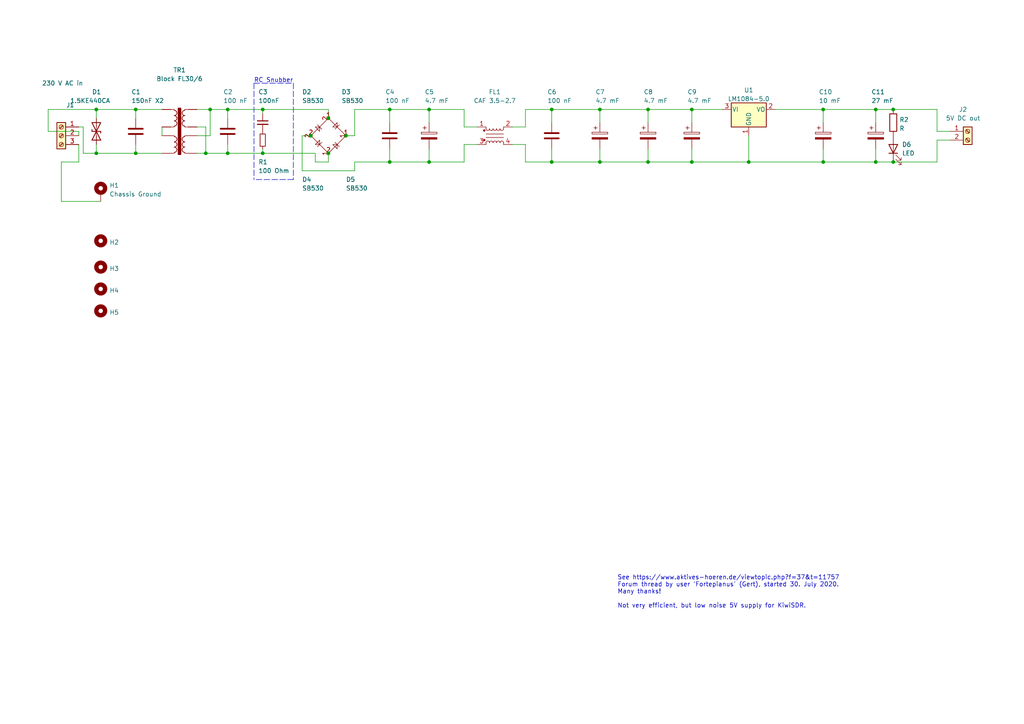
<source format=kicad_sch>
(kicad_sch (version 20211123) (generator eeschema)
  (paper "A4")
  (title_block (title "5V3A Linear Power Supply") (date "2022-10-15"))
  (lib_symbols
    (symbol "Connector:Screw_Terminal_01x02" (pin_names (offset 1.016) hide)
      (property "Reference" "J" (at 0 2.54 0))
      (property "Value" "Screw_Terminal_01x02" (at 0 -5.08 0))
      (symbol "Screw_Terminal_01x02_1_1"
        (rectangle (start -1.27 1.27) (end 1.27 -3.81) (stroke (width 0.254)) (fill (type background)))
        (circle (center 0 -2.54) (radius 0.635) (stroke (width 0.1524)))
        (polyline (pts (xy -0.5334 -2.2098) (xy 0.3302 -3.048)) (stroke (width 0.1524)))
        (polyline (pts (xy -0.5334 0.3302) (xy 0.3302 -0.508)) (stroke (width 0.1524)))
        (polyline (pts (xy -0.3556 -2.032) (xy 0.508 -2.8702)) (stroke (width 0.1524)))
        (polyline (pts (xy -0.3556 0.508) (xy 0.508 -0.3302)) (stroke (width 0.1524)))
        (circle (center 0 0) (radius 0.635) (stroke (width 0.1524)))
        (pin passive line (at -5.08 0 0) (length 3.81) (name "Pin_1") (number "1"))
        (pin passive line (at -5.08 -2.54 0) (length 3.81) (name "Pin_2") (number "2"))
      )
    )
    (symbol "Connector:Screw_Terminal_01x03" (pin_names (offset 1.016) hide)
      (property "Reference" "J" (at 0 5.08 0))
      (property "Value" "Screw_Terminal_01x03" (at 0 -5.08 0))
      (symbol "Screw_Terminal_01x03_1_1"
        (rectangle (start -1.27 3.81) (end 1.27 -3.81) (stroke (width 0.254)) (fill (type background)))
        (circle (center 0 -2.54) (radius 0.635) (stroke (width 0.1524)))
        (polyline (pts (xy -0.5334 -2.2098) (xy 0.3302 -3.048)) (stroke (width 0.1524)))
        (polyline (pts (xy -0.5334 0.3302) (xy 0.3302 -0.508)) (stroke (width 0.1524)))
        (polyline (pts (xy -0.5334 2.8702) (xy 0.3302 2.032)) (stroke (width 0.1524)))
        (polyline (pts (xy -0.3556 -2.032) (xy 0.508 -2.8702)) (stroke (width 0.1524)))
        (polyline (pts (xy -0.3556 0.508) (xy 0.508 -0.3302)) (stroke (width 0.1524)))
        (polyline (pts (xy -0.3556 3.048) (xy 0.508 2.2098)) (stroke (width 0.1524)))
        (circle (center 0 0) (radius 0.635) (stroke (width 0.1524)))
        (circle (center 0 2.54) (radius 0.635) (stroke (width 0.1524)))
        (pin passive line (at -5.08 2.54 0) (length 3.81) (name "Pin_1") (number "1"))
        (pin passive line (at -5.08 0 0) (length 3.81) (name "Pin_2") (number "2"))
        (pin passive line (at -5.08 -2.54 0) (length 3.81) (name "Pin_3") (number "3"))
      )
    )
    (symbol "Device:C" (pin_numbers hide) (pin_names (offset 0.254))
      (property "Reference" "C" (at 0.635 2.54 0))
      (property "Value" "C" (at 0.635 -2.54 0))
      (symbol "C_0_1"
        (polyline (pts (xy -2.032 -0.762) (xy 2.032 -0.762)) (stroke (width 0.508)))
        (polyline (pts (xy -2.032 0.762) (xy 2.032 0.762)) (stroke (width 0.508)))
      )
      (symbol "C_1_1"
        (pin passive line (at 0 3.81 270) (length 2.794) (name "~") (number "1"))
        (pin passive line (at 0 -3.81 90) (length 2.794) (name "~") (number "2"))
      )
    )
    (symbol "Device:C_Polarized" (pin_numbers hide) (pin_names (offset 0.254))
      (property "Reference" "C" (at 0.635 2.54 0))
      (property "Value" "C_Polarized" (at 0.635 -2.54 0))
      (symbol "C_Polarized_0_1"
        (rectangle (start -2.286 0.508) (end 2.286 1.016))
        (polyline (pts (xy -1.778 2.286) (xy -0.762 2.286)))
        (polyline (pts (xy -1.27 2.794) (xy -1.27 1.778)))
        (rectangle (start 2.286 -0.508) (end -2.286 -1.016) (fill (type outline)))
      )
      (symbol "C_Polarized_1_1"
        (pin passive line (at 0 3.81 270) (length 2.794) (name "~") (number "1"))
        (pin passive line (at 0 -3.81 90) (length 2.794) (name "~") (number "2"))
      )
    )
    (symbol "Device:C_Small" (pin_numbers hide) (pin_names (offset 0.254) hide)
      (property "Reference" "C" (at 0.254 1.778 0))
      (property "Value" "C_Small" (at 0.254 -2.032 0))
      (symbol "C_Small_0_1"
        (polyline (pts (xy -1.524 -0.508) (xy 1.524 -0.508)) (stroke (width 0.3302)))
        (polyline (pts (xy -1.524 0.508) (xy 1.524 0.508)) (stroke (width 0.3048)))
      )
      (symbol "C_Small_1_1"
        (pin passive line (at 0 2.54 270) (length 2.032) (name "~") (number "1"))
        (pin passive line (at 0 -2.54 90) (length 2.032) (name "~") (number "2"))
      )
    )
    (symbol "Device:LED" (pin_numbers hide) (pin_names (offset 1.016) hide)
      (property "Reference" "D" (at 0 2.54 0))
      (property "Value" "LED" (at 0 -2.54 0))
      (symbol "LED_0_1"
        (polyline (pts (xy -1.27 -1.27) (xy -1.27 1.27)) (stroke (width 0.254)))
        (polyline (pts (xy -1.27 0) (xy 1.27 0)))
        (polyline (pts (xy 1.27 -1.27) (xy 1.27 1.27) (xy -1.27 0) (xy 1.27 -1.27)) (stroke (width 0.254)))
        (polyline (pts (xy -3.048 -0.762) (xy -4.572 -2.286) (xy -3.81 -2.286) (xy -4.572 -2.286) (xy -4.572 -1.524)))
        (polyline (pts (xy -1.778 -0.762) (xy -3.302 -2.286) (xy -2.54 -2.286) (xy -3.302 -2.286) (xy -3.302 -1.524)))
      )
      (symbol "LED_1_1"
        (pin passive line (at -3.81 0 0) (length 2.54) (name "K") (number "1"))
        (pin passive line (at 3.81 0 180) (length 2.54) (name "A") (number "2"))
      )
    )
    (symbol "Device:R" (pin_numbers hide) (pin_names (offset 0))
      (property "Reference" "R" (at 2.032 0 90))
      (property "Value" "R" (at 0 0 90))
      (symbol "R_0_1"
        (rectangle (start -1.016 -2.54) (end 1.016 2.54) (stroke (width 0.254)))
      )
      (symbol "R_1_1"
        (pin passive line (at 0 3.81 270) (length 1.27) (name "~") (number "1"))
        (pin passive line (at 0 -3.81 90) (length 1.27) (name "~") (number "2"))
      )
    )
    (symbol "Device:R_Small" (pin_numbers hide) (pin_names (offset 0.254) hide)
      (property "Reference" "R" (at 0.762 0.508 0))
      (property "Value" "R_Small" (at 0.762 -1.016 0))
      (symbol "R_Small_0_1"
        (rectangle (start -0.762 1.778) (end 0.762 -1.778) (stroke (width 0.2032)))
      )
      (symbol "R_Small_1_1"
        (pin passive line (at 0 2.54 270) (length 0.762) (name "~") (number "1"))
        (pin passive line (at 0 -2.54 90) (length 0.762) (name "~") (number "2"))
      )
    )
    (symbol "Diode:1.5KExxCA" (pin_numbers hide) (pin_names (offset 1.016) hide)
      (property "Reference" "D" (at 0 2.54 0))
      (property "Value" "1.5KExxCA" (at 0 -2.54 0))
      (symbol "1.5KExxCA_0_1"
        (polyline (pts (xy 1.27 0) (xy -1.27 0)))
        (polyline (pts (xy -2.54 -1.27) (xy 0 0) (xy -2.54 1.27) (xy -2.54 -1.27)) (stroke (width 0.254)))
        (polyline (pts (xy 0.508 1.27) (xy 0 1.27) (xy 0 -1.27) (xy -0.508 -1.27)) (stroke (width 0.254)))
        (polyline (pts (xy 2.54 1.27) (xy 2.54 -1.27) (xy 0 0) (xy 2.54 1.27)) (stroke (width 0.254)))
      )
      (symbol "1.5KExxCA_1_1"
        (pin passive line (at -3.81 0 0) (length 2.54) (name "A1") (number "1"))
        (pin passive line (at 3.81 0 180) (length 2.54) (name "A2") (number "2"))
      )
    )
    (symbol "Ekkis_Kicad_Lib:SB530"
      (property "Reference" "D" (at -2.54 8.89 0))
      (property "Value" "SB530" (at 0 6.35 0))
      (symbol "SB530_0_1"
        (polyline (pts (xy 0 0) (xy -2.54 -2.54)) (stroke (width 0.1524)))
        (polyline (pts (xy 0 0) (xy 2.54 2.54)) (stroke (width 0.1524)))
        (polyline (pts (xy 0 0) (xy -0.635 0.635) (xy 0.635 -0.635)) (stroke (width 0.1524)))
        (polyline (pts (xy 0 0) (xy -1.27 0) (xy 0 -1.27) (xy 0 0)) (stroke (width 0.1524)))
      )
      (symbol "SB530_1_1"
        (pin passive line (at 2.54 2.54 0) (length 0) (name "") (number "1"))
        (pin passive line (at -2.54 -2.54 0) (length 0) (name "") (number "2"))
      )
    )
    (symbol "Filter:Choke_Schaffner_RN102-0.3-02-12M" (pin_names hide)
      (property "Reference" "FL" (at 0 5.08 0))
      (property "Value" "Choke_Schaffner_RN102-0.3-02-12M" (at 0 -5.08 0))
      (symbol "Choke_Schaffner_RN102-0.3-02-12M_1_1"
        (circle (center -3.048 -1.27) (radius 0.254) (fill (type outline)))
        (circle (center -3.048 1.524) (radius 0.254) (fill (type outline)))
        (arc (start -2.54 2.032) (mid -2.032 1.524) (end -1.524 2.032))
        (arc (start -1.524 -2.032) (mid -2.032 -1.524) (end -2.54 -2.032))
        (arc (start -1.524 2.032) (mid -1.016 1.524) (end -0.508 2.032))
        (arc (start -0.508 -2.032) (mid -1.016 -1.524) (end -1.524 -2.032))
        (arc (start -0.508 2.032) (mid 0 1.524) (end 0.508 2.032))
        (polyline (pts (xy -2.54 -2.032) (xy -2.54 -2.54)))
        (polyline (pts (xy -2.54 0.508) (xy 2.54 0.508)))
        (polyline (pts (xy -2.54 2.032) (xy -2.54 2.54)))
        (polyline (pts (xy 2.54 -2.032) (xy 2.54 -2.54)))
        (polyline (pts (xy 2.54 -0.508) (xy -2.54 -0.508)))
        (polyline (pts (xy 2.54 2.54) (xy 2.54 2.032)))
        (arc (start 0.508 -2.032) (mid 0 -1.524) (end -0.508 -2.032))
        (arc (start 0.508 2.032) (mid 1.016 1.524) (end 1.524 2.032))
        (arc (start 1.524 -2.032) (mid 1.016 -1.524) (end 0.508 -2.032))
        (arc (start 1.524 2.032) (mid 2.032 1.524) (end 2.54 2.032))
        (arc (start 2.54 -2.032) (mid 2.032 -1.524) (end 1.524 -2.032))
        (pin passive line (at -5.08 2.54 0) (length 2.54) (name "1") (number "1"))
        (pin passive line (at 5.08 2.54 180) (length 2.54) (name "2") (number "2"))
        (pin passive line (at -5.08 -2.54 0) (length 2.54) (name "3") (number "3"))
        (pin passive line (at 5.08 -2.54 180) (length 2.54) (name "4") (number "4"))
      )
    )
    (symbol "Mechanical:MountingHole" (pin_names (offset 1.016))
      (property "Reference" "H" (at 0 5.08 0))
      (property "Value" "MountingHole" (at 0 3.175 0))
      (symbol "MountingHole_0_1"
        (circle (center 0 0) (radius 1.27) (stroke (width 1.27)))
      )
    )
    (symbol "Mechanical:MountingHole_Pad" (pin_numbers hide) (pin_names (offset 1.016) hide)
      (property "Reference" "H" (at 0 6.35 0))
      (property "Value" "MountingHole_Pad" (at 0 4.445 0))
      (symbol "MountingHole_Pad_0_1"
        (circle (center 0 1.27) (radius 1.27) (stroke (width 1.27)))
      )
      (symbol "MountingHole_Pad_1_1"
        (pin input line (at 0 -2.54 90) (length 2.54) (name "1") (number "1"))
      )
    )
    (symbol "Regulator_Linear:LM1084-5.0" (pin_names (offset 0.254))
      (property "Reference" "U" (at -3.81 3.175 0))
      (property "Value" "LM1084-5.0" (at 0 3.175 0))
      (symbol "LM1084-5.0_0_1"
        (rectangle (start -5.08 1.905) (end 5.08 -5.08) (stroke (width 0.254)) (fill (type background)))
      )
      (symbol "LM1084-5.0_1_1"
        (pin power_in line (at 0 -7.62 90) (length 2.54) (name "GND") (number "1"))
        (pin power_out line (at 7.62 0 180) (length 2.54) (name "VO") (number "2"))
        (pin power_in line (at -7.62 0 0) (length 2.54) (name "VI") (number "3"))
      )
    )
    (symbol "Transformer:TRANSF6" (pin_numbers hide) (pin_names (offset 0))
      (property "Reference" "TR" (at 0 10.16 0))
      (property "Value" "TRANSF6" (at 0 -7.62 0))
      (symbol "TRANSF6_0_1"
        (arc (start -1.524 -4.826) (mid -0.762 -4.064) (end -1.524 -3.302) (stroke (width 0.2032)))
        (arc (start -1.524 -3.302) (mid -0.762 -2.54) (end -1.524 -1.778) (stroke (width 0.2032)))
        (arc (start -1.524 -1.778) (mid -0.762 -1.016) (end -1.524 -0.254) (stroke (width 0.2032)))
        (arc (start -1.524 2.794) (mid -0.762 3.556) (end -1.524 4.318) (stroke (width 0.2032)))
        (arc (start -1.524 4.318) (mid -0.762 5.08) (end -1.524 5.842) (stroke (width 0.2032)))
        (arc (start -1.524 5.842) (mid -0.762 6.604) (end -1.524 7.366) (stroke (width 0.2032)))
        (rectangle (start -0.254 7.874) (end 0.254 -5.334) (stroke (width 0.508)) (fill (type outline)))
        (polyline (pts (xy 1.524 -4.826) (xy 1.524 -5.08) (xy 1.524 -5.08)) (fill (type outline)))
        (polyline (pts (xy 1.524 0) (xy 1.524 -0.254) (xy 1.524 -0.254)) (fill (type outline)))
        (polyline (pts (xy 1.524 0) (xy 2.54 0) (xy 2.54 0)))
        (polyline (pts (xy 1.524 2.54) (xy 1.524 2.794) (xy 1.524 2.794)) (fill (type outline)))
        (polyline (pts (xy 1.524 2.54) (xy 2.54 2.54) (xy 2.54 2.54)))
        (polyline (pts (xy 1.524 7.62) (xy 1.524 7.366) (xy 1.524 7.366)) (fill (type outline)))
        (polyline (pts (xy 1.524 7.62) (xy 2.54 7.62) (xy 2.54 7.62)))
        (polyline (pts (xy 2.54 -5.08) (xy 1.524 -5.08) (xy 1.524 -5.08)))
        (polyline (pts (xy -1.524 -4.826) (xy -1.524 -5.08) (xy -2.54 -5.08) (xy -2.54 -5.08)))
        (polyline (pts (xy -1.524 -0.254) (xy -1.524 0) (xy -2.54 0) (xy -2.54 0)))
        (polyline (pts (xy -1.524 2.794) (xy -1.524 2.54) (xy -2.54 2.54) (xy -2.54 2.54)))
        (polyline (pts (xy -1.524 7.366) (xy -1.524 7.62) (xy -2.54 7.62) (xy -2.54 7.62)))
        (arc (start 1.524 -3.302) (mid 0.762 -4.064) (end 1.524 -4.826) (stroke (width 0.2032)))
        (arc (start 1.524 -1.778) (mid 0.762 -2.54) (end 1.524 -3.302) (stroke (width 0.2032)))
        (arc (start 1.524 -0.254) (mid 0.762 -1.016) (end 1.524 -1.778) (stroke (width 0.2032)))
        (arc (start 1.524 4.318) (mid 0.762 3.556) (end 1.524 2.794) (stroke (width 0.2032)))
        (arc (start 1.524 5.842) (mid 0.762 5.08) (end 1.524 4.318) (stroke (width 0.2032)))
        (arc (start 1.524 7.366) (mid 0.762 6.604) (end 1.524 5.842) (stroke (width 0.2032)))
      )
      (symbol "TRANSF6_1_1"
        (pin passive line (at -5.08 7.62 0) (length 2.54) (name "~") (number "1"))
        (pin passive line (at -5.08 2.54 0) (length 2.54) (name "~") (number "2"))
        (pin passive line (at -5.08 0 0) (length 2.54) (name "~") (number "3"))
        (pin passive line (at -5.08 -5.08 0) (length 2.54) (name "~") (number "4"))
        (pin passive line (at 5.08 -5.08 180) (length 2.54) (name "~") (number "5"))
        (pin passive line (at 5.08 0 180) (length 2.54) (name "~") (number "6"))
        (pin passive line (at 5.08 2.54 180) (length 2.54) (name "~") (number "7"))
        (pin passive line (at 5.08 7.62 180) (length 2.54) (name "~") (number "8"))
      )
    )
  )
  (junction (at 200.66 46.99))
  (junction (at 173.99 31.75))
  (junction (at 76.2 31.75))
  (junction (at 238.76 31.75))
  (junction (at 187.96 31.75))
  (junction (at 59.69 44.45))
  (junction (at 254 46.99))
  (junction (at 100.33 39.37))
  (junction (at 76.2 44.45))
  (junction (at 27.94 44.45))
  (junction (at 259.08 46.99))
  (junction (at 95.25 44.45))
  (junction (at 124.46 46.99))
  (junction (at 259.08 31.75))
  (junction (at 160.02 31.75))
  (junction (at 173.99 46.99))
  (junction (at 39.37 31.75))
  (junction (at 124.46 31.75))
  (junction (at 60.96 31.75))
  (junction (at 66.04 31.75))
  (junction (at 66.04 44.45))
  (junction (at 254 31.75))
  (junction (at 95.25 34.29))
  (junction (at 238.76 46.99))
  (junction (at 90.17 39.37))
  (junction (at 27.94 31.75))
  (junction (at 160.02 46.99))
  (junction (at 113.03 46.99))
  (junction (at 217.17 46.99))
  (junction (at 200.66 31.75))
  (junction (at 113.03 31.75))
  (junction (at 187.96 46.99))
  (junction (at 39.37 44.45))
  (wire (pts (xy 259.08 31.75) (xy 271.78 31.75)))
  (wire (pts (xy 152.4 31.75) (xy 160.02 31.75)))
  (wire (pts (xy 187.96 31.75) (xy 187.96 35.56)))
  (wire (pts (xy 24.13 36.83) (xy 24.13 44.45)))
  (wire (pts (xy 87.63 39.37) (xy 90.17 39.37)))
  (wire (pts (xy 95.25 44.45) (xy 95.25 46.99)))
  (wire (pts (xy 13.97 38.1) (xy 22.86 38.1)))
  (wire (pts (xy 134.62 31.75) (xy 134.62 36.83)))
  (wire (pts (xy 200.66 43.18) (xy 200.66 46.99)))
  (wire (pts (xy 200.66 31.75) (xy 209.55 31.75)))
  (wire (pts (xy 238.76 31.75) (xy 238.76 35.56)))
  (wire (pts (xy 17.78 58.42) (xy 29.21 58.42)))
  (wire (pts (xy 46.99 36.83) (xy 46.99 39.37)))
  (wire (pts (xy 60.96 31.75) (xy 66.04 31.75)))
  (wire (pts (xy 27.94 31.75) (xy 27.94 34.29)))
  (wire (pts (xy 173.99 31.75) (xy 187.96 31.75)))
  (wire (pts (xy 102.87 49.53) (xy 102.87 46.99)))
  (wire (pts (xy 160.02 43.18) (xy 160.02 46.99)))
  (wire (pts (xy 59.69 36.83) (xy 57.15 36.83)))
  (wire (pts (xy 200.66 46.99) (xy 217.17 46.99)))
  (wire (pts (xy 134.62 46.99) (xy 134.62 41.91)))
  (wire (pts (xy 27.94 31.75) (xy 13.97 31.75)))
  (wire (pts (xy 173.99 46.99) (xy 187.96 46.99)))
  (wire (pts (xy 57.15 31.75) (xy 60.96 31.75)))
  (polyline (pts (xy 85.09 24.13) (xy 85.09 52.07)))
  (wire (pts (xy 91.44 44.45) (xy 91.44 46.99)))
  (wire (pts (xy 91.44 46.99) (xy 95.25 46.99)))
  (wire (pts (xy 100.33 39.37) (xy 102.87 39.37)))
  (wire (pts (xy 134.62 41.91) (xy 138.43 41.91)))
  (wire (pts (xy 254 46.99) (xy 259.08 46.99)))
  (wire (pts (xy 224.79 31.75) (xy 238.76 31.75)))
  (wire (pts (xy 254 31.75) (xy 254 35.56)))
  (wire (pts (xy 66.04 44.45) (xy 76.2 44.45)))
  (wire (pts (xy 187.96 31.75) (xy 200.66 31.75)))
  (wire (pts (xy 152.4 41.91) (xy 152.4 46.99)))
  (wire (pts (xy 87.63 39.37) (xy 87.63 49.53)))
  (wire (pts (xy 95.25 34.29) (xy 95.25 31.75)))
  (wire (pts (xy 124.46 46.99) (xy 134.62 46.99)))
  (wire (pts (xy 275.59 38.1) (xy 271.78 38.1)))
  (wire (pts (xy 217.17 46.99) (xy 238.76 46.99)))
  (wire (pts (xy 238.76 31.75) (xy 254 31.75)))
  (wire (pts (xy 187.96 46.99) (xy 200.66 46.99)))
  (wire (pts (xy 27.94 41.91) (xy 27.94 44.45)))
  (wire (pts (xy 238.76 46.99) (xy 254 46.99)))
  (wire (pts (xy 271.78 38.1) (xy 271.78 31.75)))
  (wire (pts (xy 124.46 43.18) (xy 124.46 46.99)))
  (wire (pts (xy 217.17 39.37) (xy 217.17 46.99)))
  (wire (pts (xy 57.15 44.45) (xy 59.69 44.45)))
  (wire (pts (xy 152.4 36.83) (xy 152.4 31.75)))
  (wire (pts (xy 76.2 31.75) (xy 95.25 31.75)))
  (wire (pts (xy 22.86 46.99) (xy 17.78 46.99)))
  (wire (pts (xy 173.99 43.18) (xy 173.99 46.99)))
  (wire (pts (xy 39.37 41.91) (xy 39.37 44.45)))
  (wire (pts (xy 160.02 31.75) (xy 160.02 35.56)))
  (wire (pts (xy 271.78 46.99) (xy 271.78 40.64)))
  (wire (pts (xy 160.02 46.99) (xy 173.99 46.99)))
  (wire (pts (xy 66.04 41.91) (xy 66.04 44.45)))
  (polyline (pts (xy 73.66 24.13) (xy 85.09 24.13)))
  (wire (pts (xy 102.87 31.75) (xy 113.03 31.75)))
  (wire (pts (xy 200.66 31.75) (xy 200.66 35.56)))
  (wire (pts (xy 39.37 31.75) (xy 39.37 34.29)))
  (wire (pts (xy 22.86 41.91) (xy 22.86 46.99)))
  (wire (pts (xy 24.13 36.83) (xy 22.86 36.83)))
  (wire (pts (xy 187.96 43.18) (xy 187.96 46.99)))
  (wire (pts (xy 22.86 38.1) (xy 22.86 39.37)))
  (polyline (pts (xy 73.66 24.13) (xy 73.66 52.07)))
  (wire (pts (xy 148.59 36.83) (xy 152.4 36.83)))
  (wire (pts (xy 254 31.75) (xy 259.08 31.75)))
  (wire (pts (xy 238.76 43.18) (xy 238.76 46.99)))
  (wire (pts (xy 124.46 31.75) (xy 124.46 35.56)))
  (wire (pts (xy 13.97 31.75) (xy 13.97 38.1)))
  (wire (pts (xy 76.2 43.18) (xy 76.2 44.45)))
  (wire (pts (xy 259.08 46.99) (xy 271.78 46.99)))
  (wire (pts (xy 134.62 36.83) (xy 138.43 36.83)))
  (wire (pts (xy 76.2 44.45) (xy 91.44 44.45)))
  (wire (pts (xy 87.63 49.53) (xy 102.87 49.53)))
  (wire (pts (xy 113.03 43.18) (xy 113.03 46.99)))
  (polyline (pts (xy 85.09 52.07) (xy 73.66 52.07)))
  (wire (pts (xy 173.99 35.56) (xy 173.99 31.75)))
  (wire (pts (xy 60.96 31.75) (xy 60.96 39.37)))
  (wire (pts (xy 160.02 31.75) (xy 173.99 31.75)))
  (wire (pts (xy 27.94 44.45) (xy 39.37 44.45)))
  (wire (pts (xy 59.69 36.83) (xy 59.69 44.45)))
  (wire (pts (xy 66.04 31.75) (xy 66.04 34.29)))
  (wire (pts (xy 66.04 31.75) (xy 76.2 31.75)))
  (wire (pts (xy 59.69 44.45) (xy 66.04 44.45)))
  (wire (pts (xy 76.2 33.02) (xy 76.2 31.75)))
  (wire (pts (xy 24.13 44.45) (xy 27.94 44.45)))
  (wire (pts (xy 152.4 46.99) (xy 160.02 46.99)))
  (wire (pts (xy 148.59 41.91) (xy 152.4 41.91)))
  (wire (pts (xy 113.03 31.75) (xy 113.03 35.56)))
  (wire (pts (xy 27.94 31.75) (xy 39.37 31.75)))
  (wire (pts (xy 39.37 44.45) (xy 46.99 44.45)))
  (wire (pts (xy 113.03 31.75) (xy 124.46 31.75)))
  (wire (pts (xy 271.78 40.64) (xy 275.59 40.64)))
  (wire (pts (xy 124.46 31.75) (xy 134.62 31.75)))
  (wire (pts (xy 57.15 39.37) (xy 60.96 39.37)))
  (wire (pts (xy 39.37 31.75) (xy 46.99 31.75)))
  (wire (pts (xy 113.03 46.99) (xy 124.46 46.99)))
  (wire (pts (xy 102.87 39.37) (xy 102.87 31.75)))
  (wire (pts (xy 17.78 46.99) (xy 17.78 58.42)))
  (wire (pts (xy 102.87 46.99) (xy 113.03 46.99)))
  (wire (pts (xy 254 43.18) (xy 254 46.99)))
  (text "RC Snubber" (at 73.66 24.13 0) (effects (font (size 1.27 1.27)) (justify left bottom)))
  (text "See https://www.aktives-hoeren.de/viewtopic.php?f=37&t=11757\nForum thread by user 'Fortepianus' (Gert), started 30. July 2020.\nMany thanks!\n\nNot very efficient, but low noise 5V supply for KiwiSDR." (at 179.07 176.53 0) (effects (font (size 1.27 1.27)) (justify left bottom)))
  (symbol (lib_id "Filter:Choke_Schaffner_RN102-0.3-02-12M") (at 143.51 39.37 0) (unit 1)
    (property "Reference" "FL1" (at 143.51 26.67 0))
    (property "Value" "CAF 3.5-2.7" (at 143.51 29.21 0))
    (property "Footprint" "My_Kicad_Lib:CAF_3.5-2.7_Talema" (effects hide))
  )
  (symbol (lib_id "Mechanical:MountingHole") (at 29.21 83.82 0) (unit 1)
    (property "Reference" "H4" (at 31.75 84.2538 0) (effects (justify left)))
    (property "Value" "MountingHole" (effects hide))
    (property "Footprint" "MountingHole:MountingHole_2.7mm_M2.5" (effects hide))
  )
  (symbol (lib_id "Connector:Screw_Terminal_01x02") (at 280.67 38.1 0) (unit 1)
    (property "Reference" "J2" (at 278.13 31.75 0) (effects (justify left)))
    (property "Value" "5V DC out" (at 274.32 34.29 0) (effects (justify left)))
    (property "Footprint" "TerminalBlock_WAGO:TerminalBlock_WAGO_236-402_1x02_P5.00mm_45Degree" (effects hide))
  )
  (symbol (lib_id "Device:C_Polarized") (at 254 39.37 0) (unit 1)
    (property "Reference" "C11" (at 252.73 26.67 0) (effects (justify left)))
    (property "Value" "27 mF" (at 252.73 29.21 0) (effects (justify left)))
    (property "Footprint" "Capacitor_THT:CP_Radial_D16.0mm_P7.50mm" (effects hide))
  )
  (symbol (lib_id "Device:C_Polarized") (at 238.76 39.37 0) (unit 1)
    (property "Reference" "C10" (at 237.49 26.67 0) (effects (justify left)))
    (property "Value" "10 mF" (at 237.49 29.21 0) (effects (justify left)))
    (property "Footprint" "Capacitor_THT:CP_Radial_D18.0mm_P7.50mm" (effects hide))
  )
  (symbol (lib_id "Device:R") (at 259.08 35.56 0) (unit 1)
    (property "Reference" "R2" (at 260.858 34.7253 0) (effects (justify left)))
    (property "Value" "R" (at 260.858 37.2622 0) (effects (justify left)))
    (property "Footprint" "Resistor_THT:R_Axial_DIN0309_L9.0mm_D3.2mm_P15.24mm_Horizontal" (effects hide))
  )
  (symbol (lib_id "Device:C_Polarized") (at 124.46 39.37 0) (unit 1)
    (property "Reference" "C5" (at 123.19 26.67 0) (effects (justify left)))
    (property "Value" "4.7 mF" (at 123.19 29.21 0) (effects (justify left)))
    (property "Footprint" "Capacitor_THT:CP_Radial_D16.0mm_P7.50mm" (effects hide))
  )
  (symbol (lib_id "Mechanical:MountingHole_Pad") (at 29.21 55.88 0) (unit 1)
    (property "Reference" "H1" (at 31.75 53.7753 0) (effects (justify left)))
    (property "Value" "Chassis Ground" (at 31.75 56.3122 0) (effects (justify left)))
    (property "Footprint" "Connector_Pin:Pin_D1.2mm_L10.2mm_W2.9mm_FlatFork" (effects hide))
  )
  (symbol (lib_id "Device:R_Small") (at 76.2 40.64 0) (unit 1)
    (property "Reference" "R1" (at 74.93 46.99 0) (effects (justify left)))
    (property "Value" "100 Ohm" (at 74.93 49.53 0) (effects (justify left)))
    (property "Footprint" "Resistor_THT:R_Axial_DIN0309_L9.0mm_D3.2mm_P15.24mm_Horizontal" (effects hide))
  )
  (symbol (lib_id "Ekkis_Kicad_Lib:SB530") (at 97.79 36.83 270) (unit 1)
    (property "Reference" "D3" (at 99.06 26.67 90) (effects (justify left)))
    (property "Value" "SB530" (at 99.06 29.21 90) (effects (justify left)))
    (property "Footprint" "Diode_THT:D_DO-201AD_P15.24mm_Horizontal" (effects hide))
  )
  (symbol (lib_id "Device:C_Small") (at 76.2 35.56 0) (unit 1)
    (property "Reference" "C3" (at 74.93 26.67 0) (effects (justify left)))
    (property "Value" "100nF" (at 74.93 29.21 0) (effects (justify left)))
    (property "Footprint" "Capacitor_THT:C_Rect_L18.0mm_W6.0mm_P15.00mm_FKS3_FKP3" (effects hide))
  )
  (symbol (lib_id "Ekkis_Kicad_Lib:SB530") (at 92.71 36.83 0) (unit 1)
    (property "Reference" "D2" (at 87.63 26.67 0) (effects (justify left)))
    (property "Value" "SB530" (at 87.63 29.21 0) (effects (justify left)))
    (property "Footprint" "Diode_THT:D_DO-201AD_P15.24mm_Horizontal" (effects hide))
  )
  (symbol (lib_id "Device:LED") (at 259.08 43.18 90) (unit 1)
    (property "Reference" "D6" (at 261.62 41.91 90) (effects (justify right)))
    (property "Value" "LED" (at 261.62 44.45 90) (effects (justify right)))
    (property "Footprint" "LED_THT:LED_D1.8mm_W3.3mm_H2.4mm" (effects hide))
  )
  (symbol (lib_id "Diode:1.5KExxCA") (at 27.94 38.1 90) (unit 1)
    (property "Reference" "D1" (at 26.67 26.67 90) (effects (justify right)))
    (property "Value" "1.5KE440CA" (at 20.32 29.21 90) (effects (justify right)))
    (property "Footprint" "Diode_THT:D_DO-201AE_P15.24mm_Horizontal" (effects hide))
    (property "Datasheet" "https://www.vishay.com/docs/88301/15ke.pdf" (effects hide))
  )
  (symbol (lib_id "Transformer:TRANSF6") (at 52.07 39.37 0) (unit 1)
    (property "Reference" "TR1" (at 52.07 20.32 0))
    (property "Value" "Block FL30/6" (at 52.07 22.86 0))
    (property "Footprint" "My_Kicad_Lib:Transformer Block FL30-6" (effects hide))
  )
  (symbol (lib_id "Regulator_Linear:LM1084-5.0") (at 217.17 31.75 0) (unit 1)
    (property "Reference" "U1" (at 217.17 26.1452 0))
    (property "Value" "LM1084-5.0" (at 217.17 28.6821 0))
    (property "Footprint" "Package_TO_SOT_THT:TO-262-3_Vertical" (effects hide))
    (property "Datasheet" "http://www.ti.com/lit/ds/symlink/lm1084.pdf" (effects hide))
  )
  (symbol (lib_id "Ekkis_Kicad_Lib:SB530") (at 97.79 41.91 0) (unit 1)
    (property "Reference" "D5" (at 100.33 52.07 0) (effects (justify left)))
    (property "Value" "SB530" (at 100.33 54.61 0) (effects (justify left)))
    (property "Footprint" "Diode_THT:D_DO-201AD_P15.24mm_Horizontal" (effects hide))
  )
  (symbol (lib_id "Device:C_Polarized") (at 187.96 39.37 0) (unit 1)
    (property "Reference" "C8" (at 186.69 26.67 0) (effects (justify left)))
    (property "Value" "4.7 mF" (at 186.69 29.21 0) (effects (justify left)))
    (property "Footprint" "Capacitor_THT:CP_Radial_D16.0mm_P7.50mm" (effects hide))
  )
  (symbol (lib_id "Device:C") (at 113.03 39.37 0) (unit 1)
    (property "Reference" "C4" (at 111.76 26.67 0) (effects (justify left)))
    (property "Value" "100 nF" (at 111.76 29.21 0) (effects (justify left)))
    (property "Footprint" "Capacitor_THT:C_Rect_L18.0mm_W6.0mm_P15.00mm_FKS3_FKP3" (effects hide))
  )
  (symbol (lib_id "Mechanical:MountingHole") (at 29.21 77.47 0) (unit 1)
    (property "Reference" "H3" (at 31.75 77.9038 0) (effects (justify left)))
    (property "Value" "MountingHole" (effects hide))
    (property "Footprint" "MountingHole:MountingHole_2.7mm_M2.5" (effects hide))
  )
  (symbol (lib_id "Mechanical:MountingHole") (at 29.21 69.85 0) (unit 1)
    (property "Reference" "H2" (at 31.75 70.2838 0) (effects (justify left)))
    (property "Value" "MountingHole" (effects hide))
    (property "Footprint" "MountingHole:MountingHole_2.7mm_M2.5" (effects hide))
  )
  (symbol (lib_id "Mechanical:MountingHole") (at 29.21 90.17 0) (unit 1)
    (property "Reference" "H5" (at 31.75 90.6038 0) (effects (justify left)))
    (property "Value" "MountingHole" (effects hide))
    (property "Footprint" "MountingHole:MountingHole_2.7mm_M2.5" (effects hide))
  )
  (symbol (lib_id "Device:C") (at 66.04 38.1 0) (unit 1)
    (property "Reference" "C2" (at 64.77 26.67 0) (effects (justify left)))
    (property "Value" "100 nF" (at 64.77 29.21 0) (effects (justify left)))
    (property "Footprint" "Capacitor_THT:C_Rect_L18.0mm_W6.0mm_P15.00mm_FKS3_FKP3" (effects hide))
  )
  (symbol (lib_id "Device:C_Polarized") (at 173.99 39.37 0) (unit 1)
    (property "Reference" "C7" (at 172.72 26.67 0) (effects (justify left)))
    (property "Value" "4.7 mF" (at 172.72 29.21 0) (effects (justify left)))
    (property "Footprint" "Capacitor_THT:CP_Radial_D16.0mm_P7.50mm" (effects hide))
  )
  (symbol (lib_id "Device:C_Polarized") (at 200.66 39.37 0) (unit 1)
    (property "Reference" "C9" (at 199.39 26.67 0) (effects (justify left)))
    (property "Value" "4.7 mF" (at 199.39 29.21 0) (effects (justify left)))
    (property "Footprint" "Capacitor_THT:CP_Radial_D16.0mm_P7.50mm" (effects hide))
  )
  (symbol (lib_id "Device:C") (at 39.37 38.1 0) (unit 1)
    (property "Reference" "C1" (at 38.1 26.67 0) (effects (justify left)))
    (property "Value" "150nF X2" (at 38.1 29.21 0) (effects (justify left)))
    (property "Footprint" "Capacitor_THT:C_Rect_L18.0mm_W6.0mm_P15.00mm_FKS3_FKP3" (effects hide))
  )
  (symbol (lib_id "Connector:Screw_Terminal_01x03") (at 17.78 39.37 0) (mirror y) (unit 1)
    (property "Reference" "J1" (at 21.59 30.48 0) (effects (justify left)))
    (property "Value" "230 V AC in" (at 24.13 24.13 0) (effects (justify left)))
    (property "Footprint" "TerminalBlock_WAGO:TerminalBlock_WAGO_236-103_1x03_P5.00mm_45Degree" (effects hide))
  )
  (symbol (lib_id "Device:C") (at 160.02 39.37 0) (unit 1)
    (property "Reference" "C6" (at 158.75 26.67 0) (effects (justify left)))
    (property "Value" "100 nF" (at 158.75 29.21 0) (effects (justify left)))
    (property "Footprint" "Capacitor_THT:C_Rect_L18.0mm_W6.0mm_P15.00mm_FKS3_FKP3" (effects hide))
  )
  (symbol (lib_id "Ekkis_Kicad_Lib:SB530") (at 92.71 41.91 270) (unit 1)
    (property "Reference" "D4" (at 87.63 52.07 90) (effects (justify left)))
    (property "Value" "SB530" (at 87.63 54.61 90) (effects (justify left)))
    (property "Footprint" "Diode_THT:D_DO-201AD_P15.24mm_Horizontal" (effects hide))
  )
)
</source>
